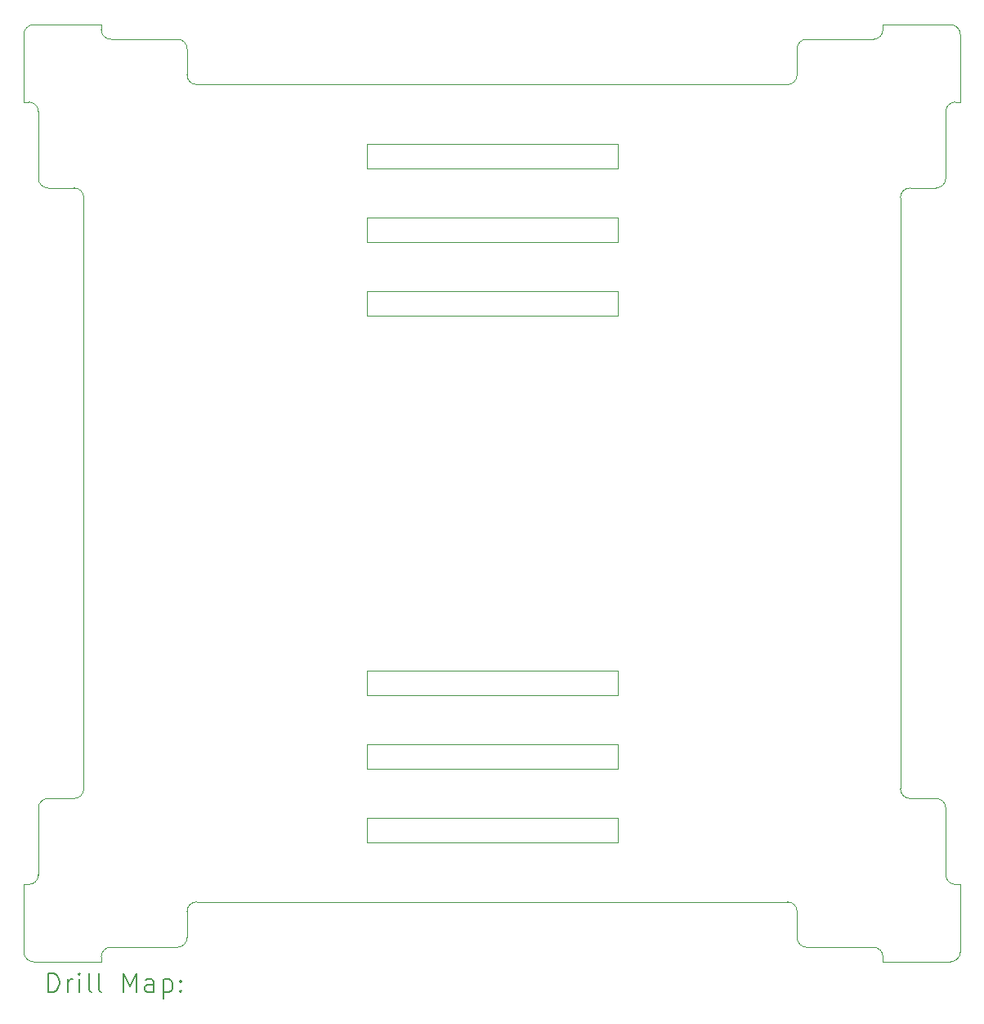
<source format=gbr>
%FSLAX45Y45*%
G04 Gerber Fmt 4.5, Leading zero omitted, Abs format (unit mm)*
G04 Created by KiCad (PCBNEW (6.0.5-0)) date 2022-12-31 05:30:32*
%MOMM*%
%LPD*%
G01*
G04 APERTURE LIST*
%TA.AperFunction,Profile*%
%ADD10C,0.100000*%
%TD*%
%ADD11C,0.200000*%
G04 APERTURE END LIST*
D10*
X7520000Y-13010000D02*
G75*
G03*
X7620000Y-12910000I0J100000D01*
G01*
X7250000Y-13010000D02*
G75*
G03*
X7150000Y-13110000I0J-100000D01*
G01*
X16180000Y-6690000D02*
G75*
G03*
X16080000Y-6790000I0J-100000D01*
G01*
X16700000Y-5800000D02*
X16700000Y-5100000D01*
X16700000Y-5800000D02*
X16650000Y-5800000D01*
X8690000Y-5520000D02*
G75*
G03*
X8790000Y-5620000I100000J0D01*
G01*
X15900000Y-5000000D02*
X16600000Y-5000000D01*
X16550000Y-13800000D02*
G75*
G03*
X16650000Y-13900000I100000J0D01*
G01*
X7000000Y-14600000D02*
G75*
G03*
X7100000Y-14700000I100000J0D01*
G01*
X14910000Y-14080000D02*
X8790000Y-14080000D01*
X16600000Y-14700000D02*
G75*
G03*
X16700000Y-14600000I0J100000D01*
G01*
X7900000Y-14550000D02*
G75*
G03*
X7800000Y-14650000I0J-100000D01*
G01*
X10549679Y-13208946D02*
X13149684Y-13208946D01*
X13149684Y-13208946D02*
X13149684Y-13462897D01*
X13149684Y-13462897D02*
X10549679Y-13462897D01*
X10549679Y-13462897D02*
X10549679Y-13208946D01*
X15900000Y-14650000D02*
G75*
G03*
X15800000Y-14550000I-100000J0D01*
G01*
X7000000Y-13900000D02*
X7000000Y-14600000D01*
X16550000Y-13110000D02*
G75*
G03*
X16450000Y-13010000I-100000J0D01*
G01*
X7050000Y-5800000D02*
X7000000Y-5800000D01*
X15010000Y-14180000D02*
X15010000Y-14450000D01*
X8790000Y-5620000D02*
X14910000Y-5620000D01*
X7150000Y-6590000D02*
G75*
G03*
X7250000Y-6690000I100000J0D01*
G01*
X7800000Y-14700000D02*
X7100000Y-14700000D01*
X16600000Y-14700000D02*
X15900000Y-14700000D01*
X16650000Y-13900000D02*
X16700000Y-13900000D01*
X15800000Y-5150000D02*
G75*
G03*
X15900000Y-5050000I0J100000D01*
G01*
X16080000Y-6790000D02*
X16080000Y-12910000D01*
X8590000Y-14550000D02*
X7900000Y-14550000D01*
X10549998Y-12447119D02*
X13150002Y-12447119D01*
X13150002Y-12447119D02*
X13150002Y-12701070D01*
X13150002Y-12701070D02*
X10549998Y-12701070D01*
X10549998Y-12701070D02*
X10549998Y-12447119D01*
X7520000Y-13010000D02*
X7250000Y-13010000D01*
X16550000Y-5900000D02*
X16550000Y-6590000D01*
X15010000Y-5520000D02*
X15010000Y-5250000D01*
X14910000Y-5620000D02*
G75*
G03*
X15010000Y-5520000I0J100000D01*
G01*
X8690000Y-14180000D02*
X8690000Y-14450000D01*
X10550000Y-6998978D02*
X13150000Y-6998978D01*
X13150000Y-6998978D02*
X13150000Y-7252738D01*
X13150000Y-7252738D02*
X10550000Y-7252738D01*
X10550000Y-7252738D02*
X10550000Y-6998978D01*
X15800000Y-14550000D02*
X15110000Y-14550000D01*
X8790000Y-14080000D02*
G75*
G03*
X8690000Y-14180000I0J-100000D01*
G01*
X10549958Y-11685036D02*
X13149963Y-11685036D01*
X13149963Y-11685036D02*
X13149963Y-11938987D01*
X13149963Y-11938987D02*
X10549958Y-11938987D01*
X10549958Y-11938987D02*
X10549958Y-11685036D01*
X7520000Y-6690000D02*
X7250000Y-6690000D01*
X10550000Y-8015000D02*
X13150113Y-8015000D01*
X13150113Y-8015000D02*
X13150113Y-7761130D01*
X13150113Y-7761130D02*
X10550000Y-7761130D01*
X10550000Y-7761130D02*
X10550000Y-8015000D01*
X7800000Y-5050000D02*
G75*
G03*
X7900000Y-5150000I100000J0D01*
G01*
X16180000Y-13010000D02*
X16450000Y-13010000D01*
X16700000Y-5100000D02*
G75*
G03*
X16600000Y-5000000I-100000J0D01*
G01*
X7900000Y-5150000D02*
X8590000Y-5150000D01*
X7150000Y-13110000D02*
X7150000Y-13800000D01*
X16180000Y-6690000D02*
X16450000Y-6690000D01*
X15900000Y-5000000D02*
X15900000Y-5050000D01*
X8590000Y-14550000D02*
G75*
G03*
X8690000Y-14450000I0J100000D01*
G01*
X7800000Y-5050000D02*
X7800000Y-5000000D01*
X7000000Y-13900000D02*
X7050000Y-13900000D01*
X7150000Y-5900000D02*
G75*
G03*
X7050000Y-5800000I-100000J0D01*
G01*
X16080000Y-12910000D02*
G75*
G03*
X16180000Y-13010000I100000J0D01*
G01*
X16650000Y-5800000D02*
G75*
G03*
X16550000Y-5900000I0J-100000D01*
G01*
X7620000Y-12910000D02*
X7620000Y-6790000D01*
X8690000Y-5520000D02*
X8690000Y-5250000D01*
X7000000Y-5100000D02*
X7000000Y-5800000D01*
X15800000Y-5150000D02*
X15110000Y-5150000D01*
X7150000Y-5900000D02*
X7150000Y-6590000D01*
X8690000Y-5250000D02*
G75*
G03*
X8590000Y-5150000I-100000J0D01*
G01*
X16450000Y-6690000D02*
G75*
G03*
X16550000Y-6590000I0J100000D01*
G01*
X15010000Y-14180000D02*
G75*
G03*
X14910000Y-14080000I-100000J0D01*
G01*
X15900000Y-14650000D02*
X15900000Y-14700000D01*
X7050000Y-13900000D02*
G75*
G03*
X7150000Y-13800000I0J100000D01*
G01*
X15010000Y-14450000D02*
G75*
G03*
X15110000Y-14550000I100000J0D01*
G01*
X15110000Y-5150000D02*
G75*
G03*
X15010000Y-5250000I0J-100000D01*
G01*
X16550000Y-13110000D02*
X16550000Y-13800000D01*
X7100000Y-5000000D02*
G75*
G03*
X7000000Y-5100000I0J-100000D01*
G01*
X10550000Y-6236996D02*
X13150004Y-6236996D01*
X13150004Y-6236996D02*
X13150004Y-6490947D01*
X13150004Y-6490947D02*
X10550000Y-6490947D01*
X10550000Y-6490947D02*
X10550000Y-6236996D01*
X7800000Y-5000000D02*
X7100000Y-5000000D01*
X16700000Y-13900000D02*
X16700000Y-14600000D01*
X7620000Y-6790000D02*
G75*
G03*
X7520000Y-6690000I-100000J0D01*
G01*
X7800000Y-14700000D02*
X7800000Y-14650000D01*
D11*
X7252619Y-15015476D02*
X7252619Y-14815476D01*
X7300238Y-14815476D01*
X7328809Y-14825000D01*
X7347857Y-14844048D01*
X7357381Y-14863095D01*
X7366905Y-14901190D01*
X7366905Y-14929762D01*
X7357381Y-14967857D01*
X7347857Y-14986905D01*
X7328809Y-15005952D01*
X7300238Y-15015476D01*
X7252619Y-15015476D01*
X7452619Y-15015476D02*
X7452619Y-14882143D01*
X7452619Y-14920238D02*
X7462143Y-14901190D01*
X7471667Y-14891667D01*
X7490714Y-14882143D01*
X7509762Y-14882143D01*
X7576428Y-15015476D02*
X7576428Y-14882143D01*
X7576428Y-14815476D02*
X7566905Y-14825000D01*
X7576428Y-14834524D01*
X7585952Y-14825000D01*
X7576428Y-14815476D01*
X7576428Y-14834524D01*
X7700238Y-15015476D02*
X7681190Y-15005952D01*
X7671667Y-14986905D01*
X7671667Y-14815476D01*
X7805000Y-15015476D02*
X7785952Y-15005952D01*
X7776428Y-14986905D01*
X7776428Y-14815476D01*
X8033571Y-15015476D02*
X8033571Y-14815476D01*
X8100238Y-14958333D01*
X8166905Y-14815476D01*
X8166905Y-15015476D01*
X8347857Y-15015476D02*
X8347857Y-14910714D01*
X8338333Y-14891667D01*
X8319286Y-14882143D01*
X8281190Y-14882143D01*
X8262143Y-14891667D01*
X8347857Y-15005952D02*
X8328809Y-15015476D01*
X8281190Y-15015476D01*
X8262143Y-15005952D01*
X8252619Y-14986905D01*
X8252619Y-14967857D01*
X8262143Y-14948809D01*
X8281190Y-14939286D01*
X8328809Y-14939286D01*
X8347857Y-14929762D01*
X8443095Y-14882143D02*
X8443095Y-15082143D01*
X8443095Y-14891667D02*
X8462143Y-14882143D01*
X8500238Y-14882143D01*
X8519286Y-14891667D01*
X8528810Y-14901190D01*
X8538333Y-14920238D01*
X8538333Y-14977381D01*
X8528810Y-14996428D01*
X8519286Y-15005952D01*
X8500238Y-15015476D01*
X8462143Y-15015476D01*
X8443095Y-15005952D01*
X8624048Y-14996428D02*
X8633571Y-15005952D01*
X8624048Y-15015476D01*
X8614524Y-15005952D01*
X8624048Y-14996428D01*
X8624048Y-15015476D01*
X8624048Y-14891667D02*
X8633571Y-14901190D01*
X8624048Y-14910714D01*
X8614524Y-14901190D01*
X8624048Y-14891667D01*
X8624048Y-14910714D01*
M02*

</source>
